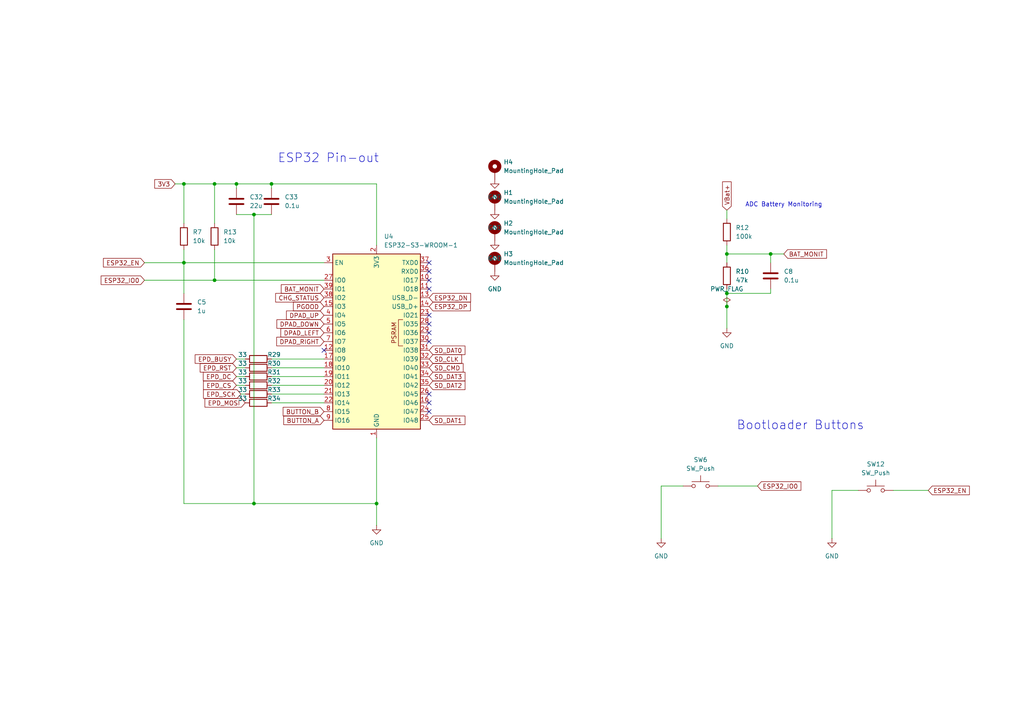
<source format=kicad_sch>
(kicad_sch (version 20250114) (generator "eeschema") (generator_version "9.0")
  (paper "A4")
  (lib_symbols
    (symbol "Device:C" (pin_numbers (hide yes)) (pin_names (offset 0.254))
      (property "Reference" "C" (at 0.635 2.54 0))
      (property "Value" "C" (at 0.635 -2.54 0))
      (symbol "C_0_1"
        (polyline (pts (xy -2.032 0.762) (xy 2.032 0.762)) (stroke (width 0.508)))
        (polyline (pts (xy -2.032 -0.762) (xy 2.032 -0.762)) (stroke (width 0.508)))
      )
      (symbol "C_1_1"
        (pin passive line (at 0 3.81 270) (length 2.794) (name "~") (number "1"))
        (pin passive line (at 0 -3.81 90) (length 2.794) (name "~") (number "2"))
      )
    )
    (symbol "Device:R" (pin_numbers (hide yes)) (pin_names (offset 0))
      (property "Reference" "R" (at 2.032 0 90))
      (property "Value" "R" (at 0 0 90))
      (symbol "R_0_1"
        (rectangle (start -1.016 -2.54) (end 1.016 2.54) (stroke (width 0.254)))
      )
      (symbol "R_1_1"
        (pin passive line (at 0 3.81 270) (length 1.27) (name "~") (number "1"))
        (pin passive line (at 0 -3.81 90) (length 1.27) (name "~") (number "2"))
      )
    )
    (symbol "Mechanical:MountingHole_Pad" (pin_numbers (hide yes)) (pin_names (offset 1.016) (hide yes)) (in_bom no)
      (property "Reference" "H" (at 0 6.35 0))
      (property "Value" "MountingHole_Pad" (at 0 4.445 0))
      (symbol "MountingHole_Pad_0_1"
        (circle (center 0 1.27) (radius 1.27) (stroke (width 1.27)))
      )
      (symbol "MountingHole_Pad_1_1"
        (pin input line (at 0 -2.54 90) (length 2.54) (name "1") (number "1"))
      )
    )
    (symbol "RF_Module:ESP32-S3-WROOM-1"
      (property "Reference" "U" (at -12.7 26.67 0))
      (property "Value" "ESP32-S3-WROOM-1" (at 12.7 26.67 0))
      (symbol "ESP32-S3-WROOM-1_0_0"
        (rectangle (start -12.7 25.4) (end 12.7 -25.4) (stroke (width 0.254)) (fill (type background)))
        (text "PSRAM" (at 5.08 2.54 900) (effects (font (size 1.27 1.27))))
      )
      (symbol "ESP32-S3-WROOM-1_0_1"
        (polyline (pts (xy 7.62 -1.27) (xy 6.35 -1.27) (xy 6.35 6.35) (xy 7.62 6.35)))
      )
      (symbol "ESP32-S3-WROOM-1_1_1"
        (pin input line (at -15.24 22.86 0) (length 2.54) (name "EN") (number "3"))
        (pin bidirectional line (at -15.24 17.78 0) (length 2.54) (name "IO0") (number "27"))
        (pin bidirectional line (at -15.24 15.24 0) (length 2.54) (name "IO1") (number "39"))
        (pin bidirectional line (at -15.24 12.7 0) (length 2.54) (name "IO2") (number "38"))
        (pin bidirectional line (at -15.24 10.16 0) (length 2.54) (name "IO3") (number "15"))
        (pin bidirectional line (at -15.24 7.62 0) (length 2.54) (name "IO4") (number "4"))
        (pin bidirectional line (at -15.24 5.08 0) (length 2.54) (name "IO5") (number "5"))
        (pin bidirectional line (at -15.24 2.54 0) (length 2.54) (name "IO6") (number "6"))
        (pin bidirectional line (at -15.24 0 0) (length 2.54) (name "IO7") (number "7"))
        (pin bidirectional line (at -15.24 -2.54 0) (length 2.54) (name "IO8") (number "12"))
        (pin bidirectional line (at -15.24 -5.08 0) (length 2.54) (name "IO9") (number "17"))
        (pin bidirectional line (at -15.24 -7.62 0) (length 2.54) (name "IO10") (number "18"))
        (pin bidirectional line (at -15.24 -10.16 0) (length 2.54) (name "IO11") (number "19"))
        (pin bidirectional line (at -15.24 -12.7 0) (length 2.54) (name "IO12") (number "20"))
        (pin bidirectional line (at -15.24 -15.24 0) (length 2.54) (name "IO13") (number "21"))
        (pin bidirectional line (at -15.24 -17.78 0) (length 2.54) (name "IO14") (number "22"))
        (pin bidirectional line (at -15.24 -20.32 0) (length 2.54) (name "IO15") (number "8"))
        (pin bidirectional line (at -15.24 -22.86 0) (length 2.54) (name "IO16") (number "9"))
        (pin power_in line (at 0 27.94 270) (length 2.54) (name "3V3") (number "2"))
        (pin power_in line (at 0 -27.94 90) (length 2.54) (name "GND") (number "1"))
        (pin passive line (at 0 -27.94 90) (length 2.54) (hide yes) (name "GND") (number "40"))
        (pin passive line (at 0 -27.94 90) (length 2.54) (hide yes) (name "GND") (number "41"))
        (pin bidirectional line (at 15.24 22.86 180) (length 2.54) (name "TXD0") (number "37"))
        (pin bidirectional line (at 15.24 20.32 180) (length 2.54) (name "RXD0") (number "36"))
        (pin bidirectional line (at 15.24 17.78 180) (length 2.54) (name "IO17") (number "10"))
        (pin bidirectional line (at 15.24 15.24 180) (length 2.54) (name "IO18") (number "11"))
        (pin bidirectional line (at 15.24 12.7 180) (length 2.54) (name "USB_D-") (number "13"))
        (pin bidirectional line (at 15.24 10.16 180) (length 2.54) (name "USB_D+") (number "14"))
        (pin bidirectional line (at 15.24 7.62 180) (length 2.54) (name "IO21") (number "23"))
        (pin bidirectional line (at 15.24 5.08 180) (length 2.54) (name "IO35") (number "28"))
        (pin bidirectional line (at 15.24 2.54 180) (length 2.54) (name "IO36") (number "29"))
        (pin bidirectional line (at 15.24 0 180) (length 2.54) (name "IO37") (number "30"))
        (pin bidirectional line (at 15.24 -2.54 180) (length 2.54) (name "IO38") (number "31"))
        (pin bidirectional line (at 15.24 -5.08 180) (length 2.54) (name "IO39") (number "32"))
        (pin bidirectional line (at 15.24 -7.62 180) (length 2.54) (name "IO40") (number "33"))
        (pin bidirectional line (at 15.24 -10.16 180) (length 2.54) (name "IO41") (number "34"))
        (pin bidirectional line (at 15.24 -12.7 180) (length 2.54) (name "IO42") (number "35"))
        (pin bidirectional line (at 15.24 -15.24 180) (length 2.54) (name "IO45") (number "26"))
        (pin bidirectional line (at 15.24 -17.78 180) (length 2.54) (name "IO46") (number "16"))
        (pin bidirectional line (at 15.24 -20.32 180) (length 2.54) (name "IO47") (number "24"))
        (pin bidirectional line (at 15.24 -22.86 180) (length 2.54) (name "IO48") (number "25"))
      )
    )
    (symbol "Switch:SW_Push" (pin_numbers (hide yes)) (pin_names (offset 1.016) (hide yes))
      (property "Reference" "SW" (at 1.27 2.54 0))
      (property "Value" "SW_Push" (at 0 -1.524 0))
      (symbol "SW_Push_0_1"
        (circle (center -2.032 0) (radius 0.508))
        (polyline (pts (xy 0 1.27) (xy 0 3.048)))
        (circle (center 2.032 0) (radius 0.508))
        (polyline (pts (xy 2.54 1.27) (xy -2.54 1.27)))
        (pin passive line (at -5.08 0 0) (length 2.54) (name "1") (number "1"))
        (pin passive line (at 5.08 0 180) (length 2.54) (name "2") (number "2"))
      )
    )
    (symbol "power:GND" (power) (pin_numbers (hide yes)) (pin_names (offset 0) (hide yes))
      (property "Value" "GND" (at 0 -3.81 0))
      (symbol "GND_0_1"
        (polyline (pts (xy 0 0) (xy 0 -1.27) (xy 1.27 -1.27) (xy 0 -2.54) (xy -1.27 -1.27) (xy 0 -1.27)))
      )
      (symbol "GND_1_1"
        (pin power_in line (at 0 0 270) (length 0) (name "~") (number "1"))
      )
    )
    (symbol "power:PWR_FLAG" (power) (pin_numbers (hide yes)) (pin_names (offset 0) (hide yes))
      (property "Value" "PWR_FLAG" (at 0 3.81 0))
      (symbol "PWR_FLAG_0_0"
        (pin power_out line (at 0 0 90) (length 0) (name "~") (number "1"))
      )
      (symbol "PWR_FLAG_0_1"
        (polyline (pts (xy 0 0) (xy 0 1.27) (xy -1.016 1.905) (xy 0 2.54) (xy 1.016 1.905) (xy 0 1.27)))
      )
    )
  )
  (text "Bootloader Buttons\n" (at 232.156 123.444 0) (effects (font (size 2.54 2.54))))
  (text "ADC Battery Monitoring" (at 227.33 59.436 0) (effects (font (size 1.27 1.27))))
  (text "ESP32 Pin-out" (at 95.25 45.974 0) (effects (font (size 2.54 2.54))))
  (junction (at 53.34 53.34))
  (junction (at 62.23 81.28))
  (junction (at 68.58 53.34))
  (junction (at 62.23 53.34))
  (junction (at 73.66 146.05))
  (junction (at 73.66 62.23))
  (junction (at 223.52 73.66))
  (junction (at 210.82 85.09))
  (junction (at 109.22 146.05))
  (junction (at 78.74 53.34))
  (junction (at 210.82 88.9))
  (junction (at 53.34 76.2))
  (junction (at 210.82 73.66))
  (no_connect (at 124.46 78.74))
  (no_connect (at 124.46 119.38))
  (no_connect (at 124.46 81.28))
  (no_connect (at 124.46 83.82))
  (no_connect (at 124.46 76.2))
  (no_connect (at 93.98 101.6))
  (no_connect (at 124.46 99.06))
  (no_connect (at 124.46 116.84))
  (no_connect (at 124.46 91.44))
  (no_connect (at 124.46 114.3))
  (no_connect (at 124.46 96.52))
  (no_connect (at 124.46 93.98))
  (wire (pts (xy 50.8 53.34) (xy 53.34 53.34)))
  (wire (pts (xy 210.82 73.66) (xy 223.52 73.66)))
  (wire (pts (xy 41.91 76.2) (xy 53.34 76.2)))
  (wire (pts (xy 73.66 146.05) (xy 73.66 62.23)))
  (wire (pts (xy 53.34 146.05) (xy 73.66 146.05)))
  (wire (pts (xy 68.58 62.23) (xy 73.66 62.23)))
  (wire (pts (xy 78.74 53.34) (xy 109.22 53.34)))
  (wire (pts (xy 78.74 106.68) (xy 93.98 106.68)))
  (wire (pts (xy 191.77 140.97) (xy 198.12 140.97)))
  (wire (pts (xy 78.74 104.14) (xy 93.98 104.14)))
  (wire (pts (xy 62.23 81.28) (xy 93.98 81.28)))
  (wire (pts (xy 210.82 60.96) (xy 210.82 63.5)))
  (wire (pts (xy 210.82 73.66) (xy 210.82 76.2)))
  (wire (pts (xy 53.34 92.71) (xy 53.34 146.05)))
  (wire (pts (xy 109.22 127) (xy 109.22 146.05)))
  (wire (pts (xy 210.82 83.82) (xy 210.82 85.09)))
  (wire (pts (xy 73.66 62.23) (xy 78.74 62.23)))
  (wire (pts (xy 78.74 114.3) (xy 93.98 114.3)))
  (wire (pts (xy 208.28 140.97) (xy 219.71 140.97)))
  (wire (pts (xy 68.58 109.22) (xy 71.12 109.22)))
  (wire (pts (xy 78.74 111.76) (xy 93.98 111.76)))
  (wire (pts (xy 223.52 73.66) (xy 227.33 73.66)))
  (wire (pts (xy 259.08 142.24) (xy 269.24 142.24)))
  (wire (pts (xy 223.52 73.66) (xy 223.52 76.2)))
  (wire (pts (xy 68.58 106.68) (xy 71.12 106.68)))
  (wire (pts (xy 109.22 71.12) (xy 109.22 53.34)))
  (wire (pts (xy 223.52 85.09) (xy 210.82 85.09)))
  (wire (pts (xy 41.91 81.28) (xy 62.23 81.28)))
  (wire (pts (xy 68.58 111.76) (xy 71.12 111.76)))
  (wire (pts (xy 223.52 83.82) (xy 223.52 85.09)))
  (wire (pts (xy 53.34 53.34) (xy 62.23 53.34)))
  (wire (pts (xy 210.82 85.09) (xy 210.82 88.9)))
  (wire (pts (xy 53.34 76.2) (xy 53.34 85.09)))
  (wire (pts (xy 53.34 53.34) (xy 53.34 64.77)))
  (wire (pts (xy 191.77 140.97) (xy 191.77 156.21)))
  (wire (pts (xy 68.58 53.34) (xy 78.74 53.34)))
  (wire (pts (xy 62.23 53.34) (xy 68.58 53.34)))
  (wire (pts (xy 78.74 109.22) (xy 93.98 109.22)))
  (wire (pts (xy 69.85 114.3) (xy 71.12 114.3)))
  (wire (pts (xy 68.58 54.61) (xy 68.58 53.34)))
  (wire (pts (xy 241.3 142.24) (xy 241.3 156.21)))
  (wire (pts (xy 210.82 88.9) (xy 210.82 95.25)))
  (wire (pts (xy 53.34 72.39) (xy 53.34 76.2)))
  (wire (pts (xy 53.34 76.2) (xy 93.98 76.2)))
  (wire (pts (xy 210.82 71.12) (xy 210.82 73.66)))
  (wire (pts (xy 73.66 146.05) (xy 109.22 146.05)))
  (wire (pts (xy 78.74 54.61) (xy 78.74 53.34)))
  (wire (pts (xy 109.22 146.05) (xy 109.22 152.4)))
  (wire (pts (xy 78.74 116.84) (xy 93.98 116.84)))
  (wire (pts (xy 68.58 104.14) (xy 71.12 104.14)))
  (wire (pts (xy 241.3 142.24) (xy 248.92 142.24)))
  (wire (pts (xy 62.23 72.39) (xy 62.23 81.28)))
  (wire (pts (xy 62.23 53.34) (xy 62.23 64.77)))
  (global_label "BUTTON_B" (shape input) (at 93.98 119.38 180) (property "Intersheetrefs" "${INTERSHEET_REFS}" (effects (hide yes))))
  (global_label "ESP32_DP" (shape input) (at 124.46 88.9 0) (property "Intersheetrefs" "${INTERSHEET_REFS}" (effects (hide yes))))
  (global_label "EPD_MOSI" (shape input) (at 71.12 116.84 180) (property "Intersheetrefs" "${INTERSHEET_REFS}" (effects (hide yes))))
  (global_label "SD_DAT0" (shape input) (at 124.46 101.6 0) (property "Intersheetrefs" "${INTERSHEET_REFS}" (effects (hide yes))))
  (global_label "SD_CLK" (shape input) (at 124.46 104.14 0) (property "Intersheetrefs" "${INTERSHEET_REFS}" (effects (hide yes))))
  (global_label "PGOOD" (shape input) (at 93.98 88.9 180) (property "Intersheetrefs" "${INTERSHEET_REFS}" (effects (hide yes))))
  (global_label "EPD_SCK" (shape input) (at 69.85 114.3 180) (property "Intersheetrefs" "${INTERSHEET_REFS}" (effects (hide yes))))
  (global_label "3V3" (shape input) (at 50.8 53.34 180) (property "Intersheetrefs" "${INTERSHEET_REFS}" (effects (hide yes))))
  (global_label "DPAD_RIGHT" (shape input) (at 93.98 99.06 180) (property "Intersheetrefs" "${INTERSHEET_REFS}" (effects (hide yes))))
  (global_label "ESP32_IO0" (shape input) (at 219.71 140.97 0) (property "Intersheetrefs" "${INTERSHEET_REFS}" (effects (hide yes))))
  (global_label "VBat+" (shape input) (at 210.82 60.96 90) (property "Intersheetrefs" "${INTERSHEET_REFS}" (effects (hide yes))))
  (global_label "BAT_MONIT" (shape input) (at 93.98 83.82 180) (property "Intersheetrefs" "${INTERSHEET_REFS}" (effects (hide yes))))
  (global_label "ESP32_EN" (shape input) (at 41.91 76.2 180) (property "Intersheetrefs" "${INTERSHEET_REFS}" (effects (hide yes))))
  (global_label "ESP32_DN" (shape input) (at 124.46 86.36 0) (property "Intersheetrefs" "${INTERSHEET_REFS}" (effects (hide yes))))
  (global_label "BAT_MONIT" (shape input) (at 227.33 73.66 0) (property "Intersheetrefs" "${INTERSHEET_REFS}" (effects (hide yes))))
  (global_label "DPAD_UP" (shape input) (at 93.98 91.44 180) (property "Intersheetrefs" "${INTERSHEET_REFS}" (effects (hide yes))))
  (global_label "DPAD_DOWN" (shape input) (at 93.98 93.98 180) (property "Intersheetrefs" "${INTERSHEET_REFS}" (effects (hide yes))))
  (global_label "CHG_STATUS" (shape input) (at 93.98 86.36 180) (property "Intersheetrefs" "${INTERSHEET_REFS}" (effects (hide yes))))
  (global_label "EPD_BUSY" (shape input) (at 68.58 104.14 180) (property "Intersheetrefs" "${INTERSHEET_REFS}" (effects (hide yes))))
  (global_label "SD_DAT2" (shape input) (at 124.46 111.76 0) (property "Intersheetrefs" "${INTERSHEET_REFS}" (effects (hide yes))))
  (global_label "ESP32_EN" (shape input) (at 269.24 142.24 0) (property "Intersheetrefs" "${INTERSHEET_REFS}" (effects (hide yes))))
  (global_label "EPD_CS" (shape input) (at 68.58 111.76 180) (property "Intersheetrefs" "${INTERSHEET_REFS}" (effects (hide yes))))
  (global_label "ESP32_IO0" (shape input) (at 41.91 81.28 180) (property "Intersheetrefs" "${INTERSHEET_REFS}" (effects (hide yes))))
  (global_label "SD_CMD" (shape input) (at 124.46 106.68 0) (property "Intersheetrefs" "${INTERSHEET_REFS}" (effects (hide yes))))
  (global_label "BUTTON_A" (shape input) (at 93.98 121.92 180) (property "Intersheetrefs" "${INTERSHEET_REFS}" (effects (hide yes))))
  (global_label "SD_DAT1" (shape input) (at 124.46 121.92 0) (property "Intersheetrefs" "${INTERSHEET_REFS}" (effects (hide yes))))
  (global_label "SD_DAT3" (shape input) (at 124.46 109.22 0) (property "Intersheetrefs" "${INTERSHEET_REFS}" (effects (hide yes))))
  (global_label "DPAD_LEFT" (shape input) (at 93.98 96.52 180) (property "Intersheetrefs" "${INTERSHEET_REFS}" (effects (hide yes))))
  (global_label "EPD_DC" (shape input) (at 68.58 109.22 180) (property "Intersheetrefs" "${INTERSHEET_REFS}" (effects (hide yes))))
  (global_label "EPD_RST" (shape input) (at 68.58 106.68 180) (property "Intersheetrefs" "${INTERSHEET_REFS}" (effects (hide yes))))
  (symbol (lib_id "power:GND") (at 210.82 95.25 0) (unit 1)
    (property "Reference" "#PWR01" (effects (hide yes)))
    (property "Value" "GND" (at 210.82 100.33 0))
    (property "Description" "Power symbol creates a global label with name \"GND\" , ground" (effects (hide yes)))
  )
  (symbol (lib_id "Device:C") (at 223.52 80.01 0) (unit 1)
    (property "Reference" "C8" (at 227.33 78.7399 0) (effects (justify left)))
    (property "Value" "0.1u" (at 227.33 81.2799 0) (effects (justify left)))
    (property "Footprint" "Capacitor_SMD:C_0805_2012Metric_Pad1.18x1.45mm_HandSolder" (effects (hide yes)))
    (property "Description" "Unpolarized capacitor" (effects (hide yes)))
  )
  (symbol (lib_id "Mechanical:MountingHole_Pad") (at 143.51 67.31 0) (unit 1) (in_bom no)
    (property "Reference" "H2" (at 146.05 64.7699 0) (effects (justify left)))
    (property "Value" "MountingHole_Pad" (at 146.05 67.3099 0) (effects (justify left)))
    (property "Footprint" "MountingHole:MountingHole_2.2mm_M2_DIN965_Pad_TopBottom" (effects (hide yes)))
    (property "Description" "Mounting Hole with connection" (effects (hide yes)))
  )
  (symbol (lib_id "power:GND") (at 143.51 52.07 0) (unit 1)
    (property "Reference" "#PWR012" (effects (hide yes)))
    (property "Value" "GND" (at 143.51 57.15 0))
    (property "Description" "Power symbol creates a global label with name \"GND\" , ground" (effects (hide yes)))
  )
  (symbol (lib_id "Device:R") (at 74.93 104.14 90) (unit 1)
    (property "Reference" "R29" (at 79.502 102.87 90))
    (property "Value" "33" (at 70.358 102.87 90))
    (property "Footprint" "Resistor_SMD:R_0805_2012Metric_Pad1.20x1.40mm_HandSolder" (effects (hide yes)))
    (property "Description" "Resistor" (effects (hide yes)))
  )
  (symbol (lib_id "Device:R") (at 62.23 68.58 0) (unit 1)
    (property "Reference" "R13" (at 64.77 67.3099 0) (effects (justify left)))
    (property "Value" "10k" (at 64.77 69.8499 0) (effects (justify left)))
    (property "Footprint" "Resistor_SMD:R_0805_2012Metric_Pad1.20x1.40mm_HandSolder" (effects (hide yes)))
    (property "Description" "Resistor" (effects (hide yes)))
  )
  (symbol (lib_id "power:GND") (at 143.51 60.96 0) (unit 1)
    (property "Reference" "#PWR09" (effects (hide yes)))
    (property "Value" "GND" (at 143.51 66.04 0))
    (property "Description" "Power symbol creates a global label with name \"GND\" , ground" (effects (hide yes)))
  )
  (symbol (lib_id "Device:R") (at 74.93 114.3 90) (unit 1)
    (property "Reference" "R33" (at 79.502 113.03 90))
    (property "Value" "33" (at 70.358 113.03 90))
    (property "Footprint" "Resistor_SMD:R_0805_2012Metric_Pad1.20x1.40mm_HandSolder" (effects (hide yes)))
    (property "Description" "Resistor" (effects (hide yes)))
  )
  (symbol (lib_id "Device:C") (at 78.74 58.42 0) (unit 1)
    (property "Reference" "C33" (at 82.55 57.1499 0) (effects (justify left)))
    (property "Value" "0.1u" (at 82.55 59.6899 0) (effects (justify left)))
    (property "Footprint" "Capacitor_SMD:C_0805_2012Metric_Pad1.18x1.45mm_HandSolder" (effects (hide yes)))
    (property "Description" "Unpolarized capacitor" (effects (hide yes)))
  )
  (symbol (lib_id "Mechanical:MountingHole_Pad") (at 143.51 76.2 0) (unit 1) (in_bom no)
    (property "Reference" "H3" (at 146.05 73.6599 0) (effects (justify left)))
    (property "Value" "MountingHole_Pad" (at 146.05 76.1999 0) (effects (justify left)))
    (property "Footprint" "MountingHole:MountingHole_2.2mm_M2_DIN965_Pad_TopBottom" (effects (hide yes)))
    (property "Description" "Mounting Hole with connection" (effects (hide yes)))
  )
  (symbol (lib_id "Device:R") (at 53.34 68.58 0) (unit 1)
    (property "Reference" "R7" (at 55.88 67.3099 0) (effects (justify left)))
    (property "Value" "10k" (at 55.88 69.8499 0) (effects (justify left)))
    (property "Footprint" "Resistor_SMD:R_0805_2012Metric_Pad1.20x1.40mm_HandSolder" (effects (hide yes)))
    (property "Description" "Resistor" (effects (hide yes)))
  )
  (symbol (lib_id "power:PWR_FLAG") (at 210.82 88.9 0) (unit 1)
    (property "Reference" "#FLG03" (effects (hide yes)))
    (property "Value" "PWR_FLAG" (at 210.82 83.82 0))
    (property "Description" "Special symbol for telling ERC where power comes from" (effects (hide yes)))
  )
  (symbol (lib_id "Device:C") (at 68.58 58.42 0) (unit 1)
    (property "Reference" "C32" (at 72.39 57.1499 0) (effects (justify left)))
    (property "Value" "22u" (at 72.39 59.6899 0) (effects (justify left)))
    (property "Footprint" "Capacitor_SMD:C_0805_2012Metric_Pad1.18x1.45mm_HandSolder" (effects (hide yes)))
    (property "Description" "Unpolarized capacitor" (effects (hide yes)))
  )
  (symbol (lib_id "Device:R") (at 74.93 111.76 90) (unit 1)
    (property "Reference" "R32" (at 79.502 110.49 90))
    (property "Value" "33" (at 70.358 110.49 90))
    (property "Footprint" "Resistor_SMD:R_0805_2012Metric_Pad1.20x1.40mm_HandSolder" (effects (hide yes)))
    (property "Description" "Resistor" (effects (hide yes)))
  )
  (symbol (lib_id "Device:R") (at 74.93 116.84 90) (unit 1)
    (property "Reference" "R34" (at 79.502 115.57 90))
    (property "Value" "33" (at 70.358 115.57 90))
    (property "Footprint" "Resistor_SMD:R_0805_2012Metric_Pad1.20x1.40mm_HandSolder" (effects (hide yes)))
    (property "Description" "Resistor" (effects (hide yes)))
  )
  (symbol (lib_id "Switch:SW_Push") (at 254 142.24 0) (unit 1)
    (property "Reference" "SW12" (at 254 134.62 0))
    (property "Value" "SW_Push" (at 254 137.16 0))
    (property "Footprint" "Button_Switch_SMD:SW_SPST_PTS810" (effects (hide yes)))
    (property "Description" "Push button switch, generic, two pins" (effects (hide yes)))
  )
  (symbol (lib_id "RF_Module:ESP32-S3-WROOM-1") (at 109.22 99.06 0) (unit 1)
    (property "Reference" "U4" (at 111.3633 68.58 0) (effects (justify left)))
    (property "Value" "ESP32-S3-WROOM-1" (at 111.3633 71.12 0) (effects (justify left)))
    (property "Footprint" "RF_Module:ESP32-S3-WROOM-1" (effects (hide yes)))
    (property "Datasheet" "https://www.espressif.com/sites/default/files/documentation/esp32-s3-wroom-1_wroom-1u_datasheet_en.pdf" (effects (hide yes)))
    (property "Description" "RF Module, ESP32-S3 SoC, Wi-Fi 802.11b/g/n, Bluetooth, BLE, 32-bit, 3.3V, onboard antenna, SMD" (effects (hide yes)))
  )
  (symbol (lib_id "Mechanical:MountingHole_Pad") (at 143.51 49.53 0) (unit 1) (in_bom no)
    (property "Reference" "H4" (at 146.05 46.9899 0) (effects (justify left)))
    (property "Value" "MountingHole_Pad" (at 146.05 49.5299 0) (effects (justify left)))
    (property "Footprint" "MountingHole:MountingHole_2.2mm_M2_DIN965_Pad_TopBottom" (effects (hide yes)))
    (property "Description" "Mounting Hole with connection" (effects (hide yes)))
  )
  (symbol (lib_id "power:GND") (at 143.51 69.85 0) (unit 1)
    (property "Reference" "#PWR010" (effects (hide yes)))
    (property "Value" "GND" (at 143.51 74.93 0))
    (property "Description" "Power symbol creates a global label with name \"GND\" , ground" (effects (hide yes)))
  )
  (symbol (lib_id "power:GND") (at 109.22 152.4 0) (unit 1)
    (property "Reference" "#PWR013" (effects (hide yes)))
    (property "Value" "GND" (at 109.22 157.48 0))
    (property "Description" "Power symbol creates a global label with name \"GND\" , ground" (effects (hide yes)))
  )
  (symbol (lib_id "power:GND") (at 241.3 156.21 0) (unit 1)
    (property "Reference" "#PWR016" (effects (hide yes)))
    (property "Value" "GND" (at 241.3 161.29 0))
    (property "Description" "Power symbol creates a global label with name \"GND\" , ground" (effects (hide yes)))
  )
  (symbol (lib_id "power:GND") (at 143.51 78.74 0) (unit 1)
    (property "Reference" "#PWR011" (effects (hide yes)))
    (property "Value" "GND" (at 143.51 83.82 0))
    (property "Description" "Power symbol creates a global label with name \"GND\" , ground" (effects (hide yes)))
  )
  (symbol (lib_id "Device:R") (at 210.82 67.31 0) (unit 1)
    (property "Reference" "R12" (at 213.36 66.0399 0) (effects (justify left)))
    (property "Value" "100k" (at 213.36 68.5799 0) (effects (justify left)))
    (property "Footprint" "Resistor_SMD:R_0805_2012Metric_Pad1.20x1.40mm_HandSolder" (effects (hide yes)))
    (property "Description" "Resistor" (effects (hide yes)))
  )
  (symbol (lib_id "power:GND") (at 191.77 156.21 0) (unit 1)
    (property "Reference" "#PWR014" (effects (hide yes)))
    (property "Value" "GND" (at 191.77 161.29 0))
    (property "Description" "Power symbol creates a global label with name \"GND\" , ground" (effects (hide yes)))
  )
  (symbol (lib_id "Device:R") (at 210.82 80.01 0) (unit 1)
    (property "Reference" "R10" (at 213.36 78.7399 0) (effects (justify left)))
    (property "Value" "47k" (at 213.36 81.2799 0) (effects (justify left)))
    (property "Footprint" "Resistor_SMD:R_0805_2012Metric_Pad1.20x1.40mm_HandSolder" (effects (hide yes)))
    (property "Description" "Resistor" (effects (hide yes)))
  )
  (symbol (lib_id "Device:R") (at 74.93 109.22 90) (unit 1)
    (property "Reference" "R31" (at 79.502 107.95 90))
    (property "Value" "33" (at 70.358 107.95 90))
    (property "Footprint" "Resistor_SMD:R_0805_2012Metric_Pad1.20x1.40mm_HandSolder" (effects (hide yes)))
    (property "Description" "Resistor" (effects (hide yes)))
  )
  (symbol (lib_id "Device:C") (at 53.34 88.9 0) (unit 1)
    (property "Reference" "C5" (at 57.15 87.6299 0) (effects (justify left)))
    (property "Value" "1u" (at 57.15 90.1699 0) (effects (justify left)))
    (property "Footprint" "Capacitor_SMD:C_0805_2012Metric_Pad1.18x1.45mm_HandSolder" (effects (hide yes)))
    (property "Description" "Unpolarized capacitor" (effects (hide yes)))
  )
  (symbol (lib_id "Mechanical:MountingHole_Pad") (at 143.51 58.42 0) (unit 1) (in_bom no)
    (property "Reference" "H1" (at 146.05 55.8799 0) (effects (justify left)))
    (property "Value" "MountingHole_Pad" (at 146.05 58.4199 0) (effects (justify left)))
    (property "Footprint" "MountingHole:MountingHole_2.2mm_M2_DIN965_Pad_TopBottom" (effects (hide yes)))
    (property "Description" "Mounting Hole with connection" (effects (hide yes)))
  )
  (symbol (lib_id "Switch:SW_Push") (at 203.2 140.97 0) (unit 1)
    (property "Reference" "SW6" (at 203.2 133.35 0))
    (property "Value" "SW_Push" (at 203.2 135.89 0))
    (property "Footprint" "Button_Switch_SMD:SW_SPST_PTS810" (effects (hide yes)))
    (property "Description" "Push button switch, generic, two pins" (effects (hide yes)))
  )
  (symbol (lib_id "Device:R") (at 74.93 106.68 90) (unit 1)
    (property "Reference" "R30" (at 79.502 105.41 90))
    (property "Value" "33" (at 70.358 105.41 90))
    (property "Footprint" "Resistor_SMD:R_0805_2012Metric_Pad1.20x1.40mm_HandSolder" (effects (hide yes)))
    (property "Description" "Resistor" (effects (hide yes)))
  )
)
</source>
